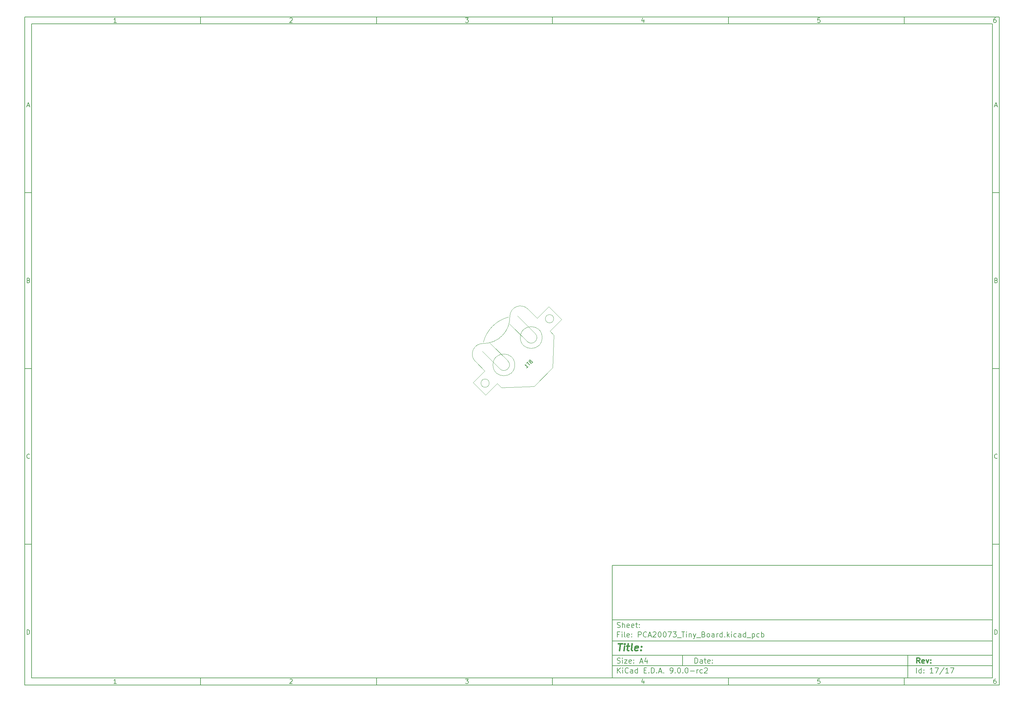
<source format=gbr>
G04 #@! TF.GenerationSoftware,KiCad,Pcbnew,9.0.0-rc2-3baa6cd791~182~ubuntu24.04.1*
G04 #@! TF.CreationDate,2025-02-06T23:09:27-05:00*
G04 #@! TF.ProjectId,PCA20073_Tiny_Board,50434132-3030-4373-935f-54696e795f42,rev?*
G04 #@! TF.SameCoordinates,PX82a22f1PY713a4f2*
G04 #@! TF.FileFunction,AssemblyDrawing,Bot*
%FSLAX46Y46*%
G04 Gerber Fmt 4.6, Leading zero omitted, Abs format (unit mm)*
G04 Created by KiCad (PCBNEW 9.0.0-rc2-3baa6cd791~182~ubuntu24.04.1) date 2025-02-06 23:09:27*
%MOMM*%
%LPD*%
G01*
G04 APERTURE LIST*
%ADD10C,0.100000*%
%ADD11C,0.150000*%
%ADD12C,0.300000*%
%ADD13C,0.400000*%
G04 APERTURE END LIST*
D10*
D11*
X40023015Y-47279278D02*
X148023015Y-47279278D01*
X148023015Y-79279278D01*
X40023015Y-79279278D01*
X40023015Y-47279278D01*
D10*
D11*
X-126979185Y108727922D02*
X150023015Y108727922D01*
X150023015Y-81279278D01*
X-126979185Y-81279278D01*
X-126979185Y108727922D01*
D10*
D11*
X-124979185Y106727922D02*
X148023015Y106727922D01*
X148023015Y-79279278D01*
X-124979185Y-79279278D01*
X-124979185Y106727922D01*
D10*
D11*
X-76979185Y106727922D02*
X-76979185Y108727922D01*
D10*
D11*
X-26979185Y106727922D02*
X-26979185Y108727922D01*
D10*
D11*
X23020815Y106727922D02*
X23020815Y108727922D01*
D10*
D11*
X73020815Y106727922D02*
X73020815Y108727922D01*
D10*
D11*
X123020815Y106727922D02*
X123020815Y108727922D01*
D10*
D11*
X-100890025Y107134318D02*
X-101632882Y107134318D01*
X-101261454Y107134318D02*
X-101261454Y108434318D01*
X-101261454Y108434318D02*
X-101385263Y108248603D01*
X-101385263Y108248603D02*
X-101509073Y108124794D01*
X-101509073Y108124794D02*
X-101632882Y108062889D01*
D10*
D11*
X-51632882Y108310508D02*
X-51570978Y108372413D01*
X-51570978Y108372413D02*
X-51447168Y108434318D01*
X-51447168Y108434318D02*
X-51137644Y108434318D01*
X-51137644Y108434318D02*
X-51013835Y108372413D01*
X-51013835Y108372413D02*
X-50951930Y108310508D01*
X-50951930Y108310508D02*
X-50890025Y108186699D01*
X-50890025Y108186699D02*
X-50890025Y108062889D01*
X-50890025Y108062889D02*
X-50951930Y107877175D01*
X-50951930Y107877175D02*
X-51694787Y107134318D01*
X-51694787Y107134318D02*
X-50890025Y107134318D01*
D10*
D11*
X-1694787Y108434318D02*
X-890025Y108434318D01*
X-890025Y108434318D02*
X-1323359Y107939080D01*
X-1323359Y107939080D02*
X-1137644Y107939080D01*
X-1137644Y107939080D02*
X-1013835Y107877175D01*
X-1013835Y107877175D02*
X-951930Y107815270D01*
X-951930Y107815270D02*
X-890025Y107691461D01*
X-890025Y107691461D02*
X-890025Y107381937D01*
X-890025Y107381937D02*
X-951930Y107258127D01*
X-951930Y107258127D02*
X-1013835Y107196222D01*
X-1013835Y107196222D02*
X-1137644Y107134318D01*
X-1137644Y107134318D02*
X-1509073Y107134318D01*
X-1509073Y107134318D02*
X-1632882Y107196222D01*
X-1632882Y107196222D02*
X-1694787Y107258127D01*
D10*
D11*
X48986165Y108000984D02*
X48986165Y107134318D01*
X48676641Y108496222D02*
X48367118Y107567651D01*
X48367118Y107567651D02*
X49171879Y107567651D01*
D10*
D11*
X99048070Y108434318D02*
X98429022Y108434318D01*
X98429022Y108434318D02*
X98367118Y107815270D01*
X98367118Y107815270D02*
X98429022Y107877175D01*
X98429022Y107877175D02*
X98552832Y107939080D01*
X98552832Y107939080D02*
X98862356Y107939080D01*
X98862356Y107939080D02*
X98986165Y107877175D01*
X98986165Y107877175D02*
X99048070Y107815270D01*
X99048070Y107815270D02*
X99109975Y107691461D01*
X99109975Y107691461D02*
X99109975Y107381937D01*
X99109975Y107381937D02*
X99048070Y107258127D01*
X99048070Y107258127D02*
X98986165Y107196222D01*
X98986165Y107196222D02*
X98862356Y107134318D01*
X98862356Y107134318D02*
X98552832Y107134318D01*
X98552832Y107134318D02*
X98429022Y107196222D01*
X98429022Y107196222D02*
X98367118Y107258127D01*
D10*
D11*
X148986165Y108434318D02*
X148738546Y108434318D01*
X148738546Y108434318D02*
X148614737Y108372413D01*
X148614737Y108372413D02*
X148552832Y108310508D01*
X148552832Y108310508D02*
X148429022Y108124794D01*
X148429022Y108124794D02*
X148367118Y107877175D01*
X148367118Y107877175D02*
X148367118Y107381937D01*
X148367118Y107381937D02*
X148429022Y107258127D01*
X148429022Y107258127D02*
X148490927Y107196222D01*
X148490927Y107196222D02*
X148614737Y107134318D01*
X148614737Y107134318D02*
X148862356Y107134318D01*
X148862356Y107134318D02*
X148986165Y107196222D01*
X148986165Y107196222D02*
X149048070Y107258127D01*
X149048070Y107258127D02*
X149109975Y107381937D01*
X149109975Y107381937D02*
X149109975Y107691461D01*
X149109975Y107691461D02*
X149048070Y107815270D01*
X149048070Y107815270D02*
X148986165Y107877175D01*
X148986165Y107877175D02*
X148862356Y107939080D01*
X148862356Y107939080D02*
X148614737Y107939080D01*
X148614737Y107939080D02*
X148490927Y107877175D01*
X148490927Y107877175D02*
X148429022Y107815270D01*
X148429022Y107815270D02*
X148367118Y107691461D01*
D10*
D11*
X-76979185Y-79279278D02*
X-76979185Y-81279278D01*
D10*
D11*
X-26979185Y-79279278D02*
X-26979185Y-81279278D01*
D10*
D11*
X23020815Y-79279278D02*
X23020815Y-81279278D01*
D10*
D11*
X73020815Y-79279278D02*
X73020815Y-81279278D01*
D10*
D11*
X123020815Y-79279278D02*
X123020815Y-81279278D01*
D10*
D11*
X-100890025Y-80872882D02*
X-101632882Y-80872882D01*
X-101261454Y-80872882D02*
X-101261454Y-79572882D01*
X-101261454Y-79572882D02*
X-101385263Y-79758597D01*
X-101385263Y-79758597D02*
X-101509073Y-79882406D01*
X-101509073Y-79882406D02*
X-101632882Y-79944311D01*
D10*
D11*
X-51632882Y-79696692D02*
X-51570978Y-79634787D01*
X-51570978Y-79634787D02*
X-51447168Y-79572882D01*
X-51447168Y-79572882D02*
X-51137644Y-79572882D01*
X-51137644Y-79572882D02*
X-51013835Y-79634787D01*
X-51013835Y-79634787D02*
X-50951930Y-79696692D01*
X-50951930Y-79696692D02*
X-50890025Y-79820501D01*
X-50890025Y-79820501D02*
X-50890025Y-79944311D01*
X-50890025Y-79944311D02*
X-50951930Y-80130025D01*
X-50951930Y-80130025D02*
X-51694787Y-80872882D01*
X-51694787Y-80872882D02*
X-50890025Y-80872882D01*
D10*
D11*
X-1694787Y-79572882D02*
X-890025Y-79572882D01*
X-890025Y-79572882D02*
X-1323359Y-80068120D01*
X-1323359Y-80068120D02*
X-1137644Y-80068120D01*
X-1137644Y-80068120D02*
X-1013835Y-80130025D01*
X-1013835Y-80130025D02*
X-951930Y-80191930D01*
X-951930Y-80191930D02*
X-890025Y-80315739D01*
X-890025Y-80315739D02*
X-890025Y-80625263D01*
X-890025Y-80625263D02*
X-951930Y-80749073D01*
X-951930Y-80749073D02*
X-1013835Y-80810978D01*
X-1013835Y-80810978D02*
X-1137644Y-80872882D01*
X-1137644Y-80872882D02*
X-1509073Y-80872882D01*
X-1509073Y-80872882D02*
X-1632882Y-80810978D01*
X-1632882Y-80810978D02*
X-1694787Y-80749073D01*
D10*
D11*
X48986165Y-80006216D02*
X48986165Y-80872882D01*
X48676641Y-79510978D02*
X48367118Y-80439549D01*
X48367118Y-80439549D02*
X49171879Y-80439549D01*
D10*
D11*
X99048070Y-79572882D02*
X98429022Y-79572882D01*
X98429022Y-79572882D02*
X98367118Y-80191930D01*
X98367118Y-80191930D02*
X98429022Y-80130025D01*
X98429022Y-80130025D02*
X98552832Y-80068120D01*
X98552832Y-80068120D02*
X98862356Y-80068120D01*
X98862356Y-80068120D02*
X98986165Y-80130025D01*
X98986165Y-80130025D02*
X99048070Y-80191930D01*
X99048070Y-80191930D02*
X99109975Y-80315739D01*
X99109975Y-80315739D02*
X99109975Y-80625263D01*
X99109975Y-80625263D02*
X99048070Y-80749073D01*
X99048070Y-80749073D02*
X98986165Y-80810978D01*
X98986165Y-80810978D02*
X98862356Y-80872882D01*
X98862356Y-80872882D02*
X98552832Y-80872882D01*
X98552832Y-80872882D02*
X98429022Y-80810978D01*
X98429022Y-80810978D02*
X98367118Y-80749073D01*
D10*
D11*
X148986165Y-79572882D02*
X148738546Y-79572882D01*
X148738546Y-79572882D02*
X148614737Y-79634787D01*
X148614737Y-79634787D02*
X148552832Y-79696692D01*
X148552832Y-79696692D02*
X148429022Y-79882406D01*
X148429022Y-79882406D02*
X148367118Y-80130025D01*
X148367118Y-80130025D02*
X148367118Y-80625263D01*
X148367118Y-80625263D02*
X148429022Y-80749073D01*
X148429022Y-80749073D02*
X148490927Y-80810978D01*
X148490927Y-80810978D02*
X148614737Y-80872882D01*
X148614737Y-80872882D02*
X148862356Y-80872882D01*
X148862356Y-80872882D02*
X148986165Y-80810978D01*
X148986165Y-80810978D02*
X149048070Y-80749073D01*
X149048070Y-80749073D02*
X149109975Y-80625263D01*
X149109975Y-80625263D02*
X149109975Y-80315739D01*
X149109975Y-80315739D02*
X149048070Y-80191930D01*
X149048070Y-80191930D02*
X148986165Y-80130025D01*
X148986165Y-80130025D02*
X148862356Y-80068120D01*
X148862356Y-80068120D02*
X148614737Y-80068120D01*
X148614737Y-80068120D02*
X148490927Y-80130025D01*
X148490927Y-80130025D02*
X148429022Y-80191930D01*
X148429022Y-80191930D02*
X148367118Y-80315739D01*
D10*
D11*
X-126979185Y58727922D02*
X-124979185Y58727922D01*
D10*
D11*
X-126979185Y8727922D02*
X-124979185Y8727922D01*
D10*
D11*
X-126979185Y-41272078D02*
X-124979185Y-41272078D01*
D10*
D11*
X-126288709Y83505746D02*
X-125669662Y83505746D01*
X-126412519Y83134318D02*
X-125979186Y84434318D01*
X-125979186Y84434318D02*
X-125545852Y83134318D01*
D10*
D11*
X-125886328Y33815270D02*
X-125700614Y33753365D01*
X-125700614Y33753365D02*
X-125638709Y33691461D01*
X-125638709Y33691461D02*
X-125576805Y33567651D01*
X-125576805Y33567651D02*
X-125576805Y33381937D01*
X-125576805Y33381937D02*
X-125638709Y33258127D01*
X-125638709Y33258127D02*
X-125700614Y33196222D01*
X-125700614Y33196222D02*
X-125824424Y33134318D01*
X-125824424Y33134318D02*
X-126319662Y33134318D01*
X-126319662Y33134318D02*
X-126319662Y34434318D01*
X-126319662Y34434318D02*
X-125886328Y34434318D01*
X-125886328Y34434318D02*
X-125762519Y34372413D01*
X-125762519Y34372413D02*
X-125700614Y34310508D01*
X-125700614Y34310508D02*
X-125638709Y34186699D01*
X-125638709Y34186699D02*
X-125638709Y34062889D01*
X-125638709Y34062889D02*
X-125700614Y33939080D01*
X-125700614Y33939080D02*
X-125762519Y33877175D01*
X-125762519Y33877175D02*
X-125886328Y33815270D01*
X-125886328Y33815270D02*
X-126319662Y33815270D01*
D10*
D11*
X-125576805Y-16741873D02*
X-125638709Y-16803778D01*
X-125638709Y-16803778D02*
X-125824424Y-16865682D01*
X-125824424Y-16865682D02*
X-125948233Y-16865682D01*
X-125948233Y-16865682D02*
X-126133947Y-16803778D01*
X-126133947Y-16803778D02*
X-126257757Y-16679968D01*
X-126257757Y-16679968D02*
X-126319662Y-16556158D01*
X-126319662Y-16556158D02*
X-126381566Y-16308539D01*
X-126381566Y-16308539D02*
X-126381566Y-16122825D01*
X-126381566Y-16122825D02*
X-126319662Y-15875206D01*
X-126319662Y-15875206D02*
X-126257757Y-15751397D01*
X-126257757Y-15751397D02*
X-126133947Y-15627587D01*
X-126133947Y-15627587D02*
X-125948233Y-15565682D01*
X-125948233Y-15565682D02*
X-125824424Y-15565682D01*
X-125824424Y-15565682D02*
X-125638709Y-15627587D01*
X-125638709Y-15627587D02*
X-125576805Y-15689492D01*
D10*
D11*
X-126319662Y-66865682D02*
X-126319662Y-65565682D01*
X-126319662Y-65565682D02*
X-126010138Y-65565682D01*
X-126010138Y-65565682D02*
X-125824424Y-65627587D01*
X-125824424Y-65627587D02*
X-125700614Y-65751397D01*
X-125700614Y-65751397D02*
X-125638709Y-65875206D01*
X-125638709Y-65875206D02*
X-125576805Y-66122825D01*
X-125576805Y-66122825D02*
X-125576805Y-66308539D01*
X-125576805Y-66308539D02*
X-125638709Y-66556158D01*
X-125638709Y-66556158D02*
X-125700614Y-66679968D01*
X-125700614Y-66679968D02*
X-125824424Y-66803778D01*
X-125824424Y-66803778D02*
X-126010138Y-66865682D01*
X-126010138Y-66865682D02*
X-126319662Y-66865682D01*
D10*
D11*
X150023015Y58727922D02*
X148023015Y58727922D01*
D10*
D11*
X150023015Y8727922D02*
X148023015Y8727922D01*
D10*
D11*
X150023015Y-41272078D02*
X148023015Y-41272078D01*
D10*
D11*
X148713491Y83505746D02*
X149332538Y83505746D01*
X148589681Y83134318D02*
X149023014Y84434318D01*
X149023014Y84434318D02*
X149456348Y83134318D01*
D10*
D11*
X149115872Y33815270D02*
X149301586Y33753365D01*
X149301586Y33753365D02*
X149363491Y33691461D01*
X149363491Y33691461D02*
X149425395Y33567651D01*
X149425395Y33567651D02*
X149425395Y33381937D01*
X149425395Y33381937D02*
X149363491Y33258127D01*
X149363491Y33258127D02*
X149301586Y33196222D01*
X149301586Y33196222D02*
X149177776Y33134318D01*
X149177776Y33134318D02*
X148682538Y33134318D01*
X148682538Y33134318D02*
X148682538Y34434318D01*
X148682538Y34434318D02*
X149115872Y34434318D01*
X149115872Y34434318D02*
X149239681Y34372413D01*
X149239681Y34372413D02*
X149301586Y34310508D01*
X149301586Y34310508D02*
X149363491Y34186699D01*
X149363491Y34186699D02*
X149363491Y34062889D01*
X149363491Y34062889D02*
X149301586Y33939080D01*
X149301586Y33939080D02*
X149239681Y33877175D01*
X149239681Y33877175D02*
X149115872Y33815270D01*
X149115872Y33815270D02*
X148682538Y33815270D01*
D10*
D11*
X149425395Y-16741873D02*
X149363491Y-16803778D01*
X149363491Y-16803778D02*
X149177776Y-16865682D01*
X149177776Y-16865682D02*
X149053967Y-16865682D01*
X149053967Y-16865682D02*
X148868253Y-16803778D01*
X148868253Y-16803778D02*
X148744443Y-16679968D01*
X148744443Y-16679968D02*
X148682538Y-16556158D01*
X148682538Y-16556158D02*
X148620634Y-16308539D01*
X148620634Y-16308539D02*
X148620634Y-16122825D01*
X148620634Y-16122825D02*
X148682538Y-15875206D01*
X148682538Y-15875206D02*
X148744443Y-15751397D01*
X148744443Y-15751397D02*
X148868253Y-15627587D01*
X148868253Y-15627587D02*
X149053967Y-15565682D01*
X149053967Y-15565682D02*
X149177776Y-15565682D01*
X149177776Y-15565682D02*
X149363491Y-15627587D01*
X149363491Y-15627587D02*
X149425395Y-15689492D01*
D10*
D11*
X148682538Y-66865682D02*
X148682538Y-65565682D01*
X148682538Y-65565682D02*
X148992062Y-65565682D01*
X148992062Y-65565682D02*
X149177776Y-65627587D01*
X149177776Y-65627587D02*
X149301586Y-65751397D01*
X149301586Y-65751397D02*
X149363491Y-65875206D01*
X149363491Y-65875206D02*
X149425395Y-66122825D01*
X149425395Y-66122825D02*
X149425395Y-66308539D01*
X149425395Y-66308539D02*
X149363491Y-66556158D01*
X149363491Y-66556158D02*
X149301586Y-66679968D01*
X149301586Y-66679968D02*
X149177776Y-66803778D01*
X149177776Y-66803778D02*
X148992062Y-66865682D01*
X148992062Y-66865682D02*
X148682538Y-66865682D01*
D10*
D11*
X63478841Y-75065406D02*
X63478841Y-73565406D01*
X63478841Y-73565406D02*
X63835984Y-73565406D01*
X63835984Y-73565406D02*
X64050270Y-73636835D01*
X64050270Y-73636835D02*
X64193127Y-73779692D01*
X64193127Y-73779692D02*
X64264556Y-73922549D01*
X64264556Y-73922549D02*
X64335984Y-74208263D01*
X64335984Y-74208263D02*
X64335984Y-74422549D01*
X64335984Y-74422549D02*
X64264556Y-74708263D01*
X64264556Y-74708263D02*
X64193127Y-74851120D01*
X64193127Y-74851120D02*
X64050270Y-74993978D01*
X64050270Y-74993978D02*
X63835984Y-75065406D01*
X63835984Y-75065406D02*
X63478841Y-75065406D01*
X65621699Y-75065406D02*
X65621699Y-74279692D01*
X65621699Y-74279692D02*
X65550270Y-74136835D01*
X65550270Y-74136835D02*
X65407413Y-74065406D01*
X65407413Y-74065406D02*
X65121699Y-74065406D01*
X65121699Y-74065406D02*
X64978841Y-74136835D01*
X65621699Y-74993978D02*
X65478841Y-75065406D01*
X65478841Y-75065406D02*
X65121699Y-75065406D01*
X65121699Y-75065406D02*
X64978841Y-74993978D01*
X64978841Y-74993978D02*
X64907413Y-74851120D01*
X64907413Y-74851120D02*
X64907413Y-74708263D01*
X64907413Y-74708263D02*
X64978841Y-74565406D01*
X64978841Y-74565406D02*
X65121699Y-74493978D01*
X65121699Y-74493978D02*
X65478841Y-74493978D01*
X65478841Y-74493978D02*
X65621699Y-74422549D01*
X66121699Y-74065406D02*
X66693127Y-74065406D01*
X66335984Y-73565406D02*
X66335984Y-74851120D01*
X66335984Y-74851120D02*
X66407413Y-74993978D01*
X66407413Y-74993978D02*
X66550270Y-75065406D01*
X66550270Y-75065406D02*
X66693127Y-75065406D01*
X67764556Y-74993978D02*
X67621699Y-75065406D01*
X67621699Y-75065406D02*
X67335985Y-75065406D01*
X67335985Y-75065406D02*
X67193127Y-74993978D01*
X67193127Y-74993978D02*
X67121699Y-74851120D01*
X67121699Y-74851120D02*
X67121699Y-74279692D01*
X67121699Y-74279692D02*
X67193127Y-74136835D01*
X67193127Y-74136835D02*
X67335985Y-74065406D01*
X67335985Y-74065406D02*
X67621699Y-74065406D01*
X67621699Y-74065406D02*
X67764556Y-74136835D01*
X67764556Y-74136835D02*
X67835985Y-74279692D01*
X67835985Y-74279692D02*
X67835985Y-74422549D01*
X67835985Y-74422549D02*
X67121699Y-74565406D01*
X68478841Y-74922549D02*
X68550270Y-74993978D01*
X68550270Y-74993978D02*
X68478841Y-75065406D01*
X68478841Y-75065406D02*
X68407413Y-74993978D01*
X68407413Y-74993978D02*
X68478841Y-74922549D01*
X68478841Y-74922549D02*
X68478841Y-75065406D01*
X68478841Y-74136835D02*
X68550270Y-74208263D01*
X68550270Y-74208263D02*
X68478841Y-74279692D01*
X68478841Y-74279692D02*
X68407413Y-74208263D01*
X68407413Y-74208263D02*
X68478841Y-74136835D01*
X68478841Y-74136835D02*
X68478841Y-74279692D01*
D10*
D11*
X40023015Y-75779278D02*
X148023015Y-75779278D01*
D10*
D11*
X41478841Y-77865406D02*
X41478841Y-76365406D01*
X42335984Y-77865406D02*
X41693127Y-77008263D01*
X42335984Y-76365406D02*
X41478841Y-77222549D01*
X42978841Y-77865406D02*
X42978841Y-76865406D01*
X42978841Y-76365406D02*
X42907413Y-76436835D01*
X42907413Y-76436835D02*
X42978841Y-76508263D01*
X42978841Y-76508263D02*
X43050270Y-76436835D01*
X43050270Y-76436835D02*
X42978841Y-76365406D01*
X42978841Y-76365406D02*
X42978841Y-76508263D01*
X44550270Y-77722549D02*
X44478842Y-77793978D01*
X44478842Y-77793978D02*
X44264556Y-77865406D01*
X44264556Y-77865406D02*
X44121699Y-77865406D01*
X44121699Y-77865406D02*
X43907413Y-77793978D01*
X43907413Y-77793978D02*
X43764556Y-77651120D01*
X43764556Y-77651120D02*
X43693127Y-77508263D01*
X43693127Y-77508263D02*
X43621699Y-77222549D01*
X43621699Y-77222549D02*
X43621699Y-77008263D01*
X43621699Y-77008263D02*
X43693127Y-76722549D01*
X43693127Y-76722549D02*
X43764556Y-76579692D01*
X43764556Y-76579692D02*
X43907413Y-76436835D01*
X43907413Y-76436835D02*
X44121699Y-76365406D01*
X44121699Y-76365406D02*
X44264556Y-76365406D01*
X44264556Y-76365406D02*
X44478842Y-76436835D01*
X44478842Y-76436835D02*
X44550270Y-76508263D01*
X45835985Y-77865406D02*
X45835985Y-77079692D01*
X45835985Y-77079692D02*
X45764556Y-76936835D01*
X45764556Y-76936835D02*
X45621699Y-76865406D01*
X45621699Y-76865406D02*
X45335985Y-76865406D01*
X45335985Y-76865406D02*
X45193127Y-76936835D01*
X45835985Y-77793978D02*
X45693127Y-77865406D01*
X45693127Y-77865406D02*
X45335985Y-77865406D01*
X45335985Y-77865406D02*
X45193127Y-77793978D01*
X45193127Y-77793978D02*
X45121699Y-77651120D01*
X45121699Y-77651120D02*
X45121699Y-77508263D01*
X45121699Y-77508263D02*
X45193127Y-77365406D01*
X45193127Y-77365406D02*
X45335985Y-77293978D01*
X45335985Y-77293978D02*
X45693127Y-77293978D01*
X45693127Y-77293978D02*
X45835985Y-77222549D01*
X47193128Y-77865406D02*
X47193128Y-76365406D01*
X47193128Y-77793978D02*
X47050270Y-77865406D01*
X47050270Y-77865406D02*
X46764556Y-77865406D01*
X46764556Y-77865406D02*
X46621699Y-77793978D01*
X46621699Y-77793978D02*
X46550270Y-77722549D01*
X46550270Y-77722549D02*
X46478842Y-77579692D01*
X46478842Y-77579692D02*
X46478842Y-77151120D01*
X46478842Y-77151120D02*
X46550270Y-77008263D01*
X46550270Y-77008263D02*
X46621699Y-76936835D01*
X46621699Y-76936835D02*
X46764556Y-76865406D01*
X46764556Y-76865406D02*
X47050270Y-76865406D01*
X47050270Y-76865406D02*
X47193128Y-76936835D01*
X49050270Y-77079692D02*
X49550270Y-77079692D01*
X49764556Y-77865406D02*
X49050270Y-77865406D01*
X49050270Y-77865406D02*
X49050270Y-76365406D01*
X49050270Y-76365406D02*
X49764556Y-76365406D01*
X50407413Y-77722549D02*
X50478842Y-77793978D01*
X50478842Y-77793978D02*
X50407413Y-77865406D01*
X50407413Y-77865406D02*
X50335985Y-77793978D01*
X50335985Y-77793978D02*
X50407413Y-77722549D01*
X50407413Y-77722549D02*
X50407413Y-77865406D01*
X51121699Y-77865406D02*
X51121699Y-76365406D01*
X51121699Y-76365406D02*
X51478842Y-76365406D01*
X51478842Y-76365406D02*
X51693128Y-76436835D01*
X51693128Y-76436835D02*
X51835985Y-76579692D01*
X51835985Y-76579692D02*
X51907414Y-76722549D01*
X51907414Y-76722549D02*
X51978842Y-77008263D01*
X51978842Y-77008263D02*
X51978842Y-77222549D01*
X51978842Y-77222549D02*
X51907414Y-77508263D01*
X51907414Y-77508263D02*
X51835985Y-77651120D01*
X51835985Y-77651120D02*
X51693128Y-77793978D01*
X51693128Y-77793978D02*
X51478842Y-77865406D01*
X51478842Y-77865406D02*
X51121699Y-77865406D01*
X52621699Y-77722549D02*
X52693128Y-77793978D01*
X52693128Y-77793978D02*
X52621699Y-77865406D01*
X52621699Y-77865406D02*
X52550271Y-77793978D01*
X52550271Y-77793978D02*
X52621699Y-77722549D01*
X52621699Y-77722549D02*
X52621699Y-77865406D01*
X53264557Y-77436835D02*
X53978843Y-77436835D01*
X53121700Y-77865406D02*
X53621700Y-76365406D01*
X53621700Y-76365406D02*
X54121700Y-77865406D01*
X54621699Y-77722549D02*
X54693128Y-77793978D01*
X54693128Y-77793978D02*
X54621699Y-77865406D01*
X54621699Y-77865406D02*
X54550271Y-77793978D01*
X54550271Y-77793978D02*
X54621699Y-77722549D01*
X54621699Y-77722549D02*
X54621699Y-77865406D01*
X56550271Y-77865406D02*
X56835985Y-77865406D01*
X56835985Y-77865406D02*
X56978842Y-77793978D01*
X56978842Y-77793978D02*
X57050271Y-77722549D01*
X57050271Y-77722549D02*
X57193128Y-77508263D01*
X57193128Y-77508263D02*
X57264557Y-77222549D01*
X57264557Y-77222549D02*
X57264557Y-76651120D01*
X57264557Y-76651120D02*
X57193128Y-76508263D01*
X57193128Y-76508263D02*
X57121700Y-76436835D01*
X57121700Y-76436835D02*
X56978842Y-76365406D01*
X56978842Y-76365406D02*
X56693128Y-76365406D01*
X56693128Y-76365406D02*
X56550271Y-76436835D01*
X56550271Y-76436835D02*
X56478842Y-76508263D01*
X56478842Y-76508263D02*
X56407414Y-76651120D01*
X56407414Y-76651120D02*
X56407414Y-77008263D01*
X56407414Y-77008263D02*
X56478842Y-77151120D01*
X56478842Y-77151120D02*
X56550271Y-77222549D01*
X56550271Y-77222549D02*
X56693128Y-77293978D01*
X56693128Y-77293978D02*
X56978842Y-77293978D01*
X56978842Y-77293978D02*
X57121700Y-77222549D01*
X57121700Y-77222549D02*
X57193128Y-77151120D01*
X57193128Y-77151120D02*
X57264557Y-77008263D01*
X57907413Y-77722549D02*
X57978842Y-77793978D01*
X57978842Y-77793978D02*
X57907413Y-77865406D01*
X57907413Y-77865406D02*
X57835985Y-77793978D01*
X57835985Y-77793978D02*
X57907413Y-77722549D01*
X57907413Y-77722549D02*
X57907413Y-77865406D01*
X58907414Y-76365406D02*
X59050271Y-76365406D01*
X59050271Y-76365406D02*
X59193128Y-76436835D01*
X59193128Y-76436835D02*
X59264557Y-76508263D01*
X59264557Y-76508263D02*
X59335985Y-76651120D01*
X59335985Y-76651120D02*
X59407414Y-76936835D01*
X59407414Y-76936835D02*
X59407414Y-77293978D01*
X59407414Y-77293978D02*
X59335985Y-77579692D01*
X59335985Y-77579692D02*
X59264557Y-77722549D01*
X59264557Y-77722549D02*
X59193128Y-77793978D01*
X59193128Y-77793978D02*
X59050271Y-77865406D01*
X59050271Y-77865406D02*
X58907414Y-77865406D01*
X58907414Y-77865406D02*
X58764557Y-77793978D01*
X58764557Y-77793978D02*
X58693128Y-77722549D01*
X58693128Y-77722549D02*
X58621699Y-77579692D01*
X58621699Y-77579692D02*
X58550271Y-77293978D01*
X58550271Y-77293978D02*
X58550271Y-76936835D01*
X58550271Y-76936835D02*
X58621699Y-76651120D01*
X58621699Y-76651120D02*
X58693128Y-76508263D01*
X58693128Y-76508263D02*
X58764557Y-76436835D01*
X58764557Y-76436835D02*
X58907414Y-76365406D01*
X60050270Y-77722549D02*
X60121699Y-77793978D01*
X60121699Y-77793978D02*
X60050270Y-77865406D01*
X60050270Y-77865406D02*
X59978842Y-77793978D01*
X59978842Y-77793978D02*
X60050270Y-77722549D01*
X60050270Y-77722549D02*
X60050270Y-77865406D01*
X61050271Y-76365406D02*
X61193128Y-76365406D01*
X61193128Y-76365406D02*
X61335985Y-76436835D01*
X61335985Y-76436835D02*
X61407414Y-76508263D01*
X61407414Y-76508263D02*
X61478842Y-76651120D01*
X61478842Y-76651120D02*
X61550271Y-76936835D01*
X61550271Y-76936835D02*
X61550271Y-77293978D01*
X61550271Y-77293978D02*
X61478842Y-77579692D01*
X61478842Y-77579692D02*
X61407414Y-77722549D01*
X61407414Y-77722549D02*
X61335985Y-77793978D01*
X61335985Y-77793978D02*
X61193128Y-77865406D01*
X61193128Y-77865406D02*
X61050271Y-77865406D01*
X61050271Y-77865406D02*
X60907414Y-77793978D01*
X60907414Y-77793978D02*
X60835985Y-77722549D01*
X60835985Y-77722549D02*
X60764556Y-77579692D01*
X60764556Y-77579692D02*
X60693128Y-77293978D01*
X60693128Y-77293978D02*
X60693128Y-76936835D01*
X60693128Y-76936835D02*
X60764556Y-76651120D01*
X60764556Y-76651120D02*
X60835985Y-76508263D01*
X60835985Y-76508263D02*
X60907414Y-76436835D01*
X60907414Y-76436835D02*
X61050271Y-76365406D01*
X62193127Y-77293978D02*
X63335985Y-77293978D01*
X64050270Y-77865406D02*
X64050270Y-76865406D01*
X64050270Y-77151120D02*
X64121699Y-77008263D01*
X64121699Y-77008263D02*
X64193128Y-76936835D01*
X64193128Y-76936835D02*
X64335985Y-76865406D01*
X64335985Y-76865406D02*
X64478842Y-76865406D01*
X65621699Y-77793978D02*
X65478841Y-77865406D01*
X65478841Y-77865406D02*
X65193127Y-77865406D01*
X65193127Y-77865406D02*
X65050270Y-77793978D01*
X65050270Y-77793978D02*
X64978841Y-77722549D01*
X64978841Y-77722549D02*
X64907413Y-77579692D01*
X64907413Y-77579692D02*
X64907413Y-77151120D01*
X64907413Y-77151120D02*
X64978841Y-77008263D01*
X64978841Y-77008263D02*
X65050270Y-76936835D01*
X65050270Y-76936835D02*
X65193127Y-76865406D01*
X65193127Y-76865406D02*
X65478841Y-76865406D01*
X65478841Y-76865406D02*
X65621699Y-76936835D01*
X66193127Y-76508263D02*
X66264555Y-76436835D01*
X66264555Y-76436835D02*
X66407413Y-76365406D01*
X66407413Y-76365406D02*
X66764555Y-76365406D01*
X66764555Y-76365406D02*
X66907413Y-76436835D01*
X66907413Y-76436835D02*
X66978841Y-76508263D01*
X66978841Y-76508263D02*
X67050270Y-76651120D01*
X67050270Y-76651120D02*
X67050270Y-76793978D01*
X67050270Y-76793978D02*
X66978841Y-77008263D01*
X66978841Y-77008263D02*
X66121698Y-77865406D01*
X66121698Y-77865406D02*
X67050270Y-77865406D01*
D10*
D11*
X40023015Y-72779278D02*
X148023015Y-72779278D01*
D10*
D12*
X127434668Y-75057606D02*
X126934668Y-74343320D01*
X126577525Y-75057606D02*
X126577525Y-73557606D01*
X126577525Y-73557606D02*
X127148954Y-73557606D01*
X127148954Y-73557606D02*
X127291811Y-73629035D01*
X127291811Y-73629035D02*
X127363240Y-73700463D01*
X127363240Y-73700463D02*
X127434668Y-73843320D01*
X127434668Y-73843320D02*
X127434668Y-74057606D01*
X127434668Y-74057606D02*
X127363240Y-74200463D01*
X127363240Y-74200463D02*
X127291811Y-74271892D01*
X127291811Y-74271892D02*
X127148954Y-74343320D01*
X127148954Y-74343320D02*
X126577525Y-74343320D01*
X128648954Y-74986178D02*
X128506097Y-75057606D01*
X128506097Y-75057606D02*
X128220383Y-75057606D01*
X128220383Y-75057606D02*
X128077525Y-74986178D01*
X128077525Y-74986178D02*
X128006097Y-74843320D01*
X128006097Y-74843320D02*
X128006097Y-74271892D01*
X128006097Y-74271892D02*
X128077525Y-74129035D01*
X128077525Y-74129035D02*
X128220383Y-74057606D01*
X128220383Y-74057606D02*
X128506097Y-74057606D01*
X128506097Y-74057606D02*
X128648954Y-74129035D01*
X128648954Y-74129035D02*
X128720383Y-74271892D01*
X128720383Y-74271892D02*
X128720383Y-74414749D01*
X128720383Y-74414749D02*
X128006097Y-74557606D01*
X129220382Y-74057606D02*
X129577525Y-75057606D01*
X129577525Y-75057606D02*
X129934668Y-74057606D01*
X130506096Y-74914749D02*
X130577525Y-74986178D01*
X130577525Y-74986178D02*
X130506096Y-75057606D01*
X130506096Y-75057606D02*
X130434668Y-74986178D01*
X130434668Y-74986178D02*
X130506096Y-74914749D01*
X130506096Y-74914749D02*
X130506096Y-75057606D01*
X130506096Y-74129035D02*
X130577525Y-74200463D01*
X130577525Y-74200463D02*
X130506096Y-74271892D01*
X130506096Y-74271892D02*
X130434668Y-74200463D01*
X130434668Y-74200463D02*
X130506096Y-74129035D01*
X130506096Y-74129035D02*
X130506096Y-74271892D01*
D10*
D11*
X41407413Y-74993978D02*
X41621699Y-75065406D01*
X41621699Y-75065406D02*
X41978841Y-75065406D01*
X41978841Y-75065406D02*
X42121699Y-74993978D01*
X42121699Y-74993978D02*
X42193127Y-74922549D01*
X42193127Y-74922549D02*
X42264556Y-74779692D01*
X42264556Y-74779692D02*
X42264556Y-74636835D01*
X42264556Y-74636835D02*
X42193127Y-74493978D01*
X42193127Y-74493978D02*
X42121699Y-74422549D01*
X42121699Y-74422549D02*
X41978841Y-74351120D01*
X41978841Y-74351120D02*
X41693127Y-74279692D01*
X41693127Y-74279692D02*
X41550270Y-74208263D01*
X41550270Y-74208263D02*
X41478841Y-74136835D01*
X41478841Y-74136835D02*
X41407413Y-73993978D01*
X41407413Y-73993978D02*
X41407413Y-73851120D01*
X41407413Y-73851120D02*
X41478841Y-73708263D01*
X41478841Y-73708263D02*
X41550270Y-73636835D01*
X41550270Y-73636835D02*
X41693127Y-73565406D01*
X41693127Y-73565406D02*
X42050270Y-73565406D01*
X42050270Y-73565406D02*
X42264556Y-73636835D01*
X42907412Y-75065406D02*
X42907412Y-74065406D01*
X42907412Y-73565406D02*
X42835984Y-73636835D01*
X42835984Y-73636835D02*
X42907412Y-73708263D01*
X42907412Y-73708263D02*
X42978841Y-73636835D01*
X42978841Y-73636835D02*
X42907412Y-73565406D01*
X42907412Y-73565406D02*
X42907412Y-73708263D01*
X43478841Y-74065406D02*
X44264556Y-74065406D01*
X44264556Y-74065406D02*
X43478841Y-75065406D01*
X43478841Y-75065406D02*
X44264556Y-75065406D01*
X45407413Y-74993978D02*
X45264556Y-75065406D01*
X45264556Y-75065406D02*
X44978842Y-75065406D01*
X44978842Y-75065406D02*
X44835984Y-74993978D01*
X44835984Y-74993978D02*
X44764556Y-74851120D01*
X44764556Y-74851120D02*
X44764556Y-74279692D01*
X44764556Y-74279692D02*
X44835984Y-74136835D01*
X44835984Y-74136835D02*
X44978842Y-74065406D01*
X44978842Y-74065406D02*
X45264556Y-74065406D01*
X45264556Y-74065406D02*
X45407413Y-74136835D01*
X45407413Y-74136835D02*
X45478842Y-74279692D01*
X45478842Y-74279692D02*
X45478842Y-74422549D01*
X45478842Y-74422549D02*
X44764556Y-74565406D01*
X46121698Y-74922549D02*
X46193127Y-74993978D01*
X46193127Y-74993978D02*
X46121698Y-75065406D01*
X46121698Y-75065406D02*
X46050270Y-74993978D01*
X46050270Y-74993978D02*
X46121698Y-74922549D01*
X46121698Y-74922549D02*
X46121698Y-75065406D01*
X46121698Y-74136835D02*
X46193127Y-74208263D01*
X46193127Y-74208263D02*
X46121698Y-74279692D01*
X46121698Y-74279692D02*
X46050270Y-74208263D01*
X46050270Y-74208263D02*
X46121698Y-74136835D01*
X46121698Y-74136835D02*
X46121698Y-74279692D01*
X47907413Y-74636835D02*
X48621699Y-74636835D01*
X47764556Y-75065406D02*
X48264556Y-73565406D01*
X48264556Y-73565406D02*
X48764556Y-75065406D01*
X49907413Y-74065406D02*
X49907413Y-75065406D01*
X49550270Y-73493978D02*
X49193127Y-74565406D01*
X49193127Y-74565406D02*
X50121698Y-74565406D01*
D10*
D11*
X126478841Y-77865406D02*
X126478841Y-76365406D01*
X127835985Y-77865406D02*
X127835985Y-76365406D01*
X127835985Y-77793978D02*
X127693127Y-77865406D01*
X127693127Y-77865406D02*
X127407413Y-77865406D01*
X127407413Y-77865406D02*
X127264556Y-77793978D01*
X127264556Y-77793978D02*
X127193127Y-77722549D01*
X127193127Y-77722549D02*
X127121699Y-77579692D01*
X127121699Y-77579692D02*
X127121699Y-77151120D01*
X127121699Y-77151120D02*
X127193127Y-77008263D01*
X127193127Y-77008263D02*
X127264556Y-76936835D01*
X127264556Y-76936835D02*
X127407413Y-76865406D01*
X127407413Y-76865406D02*
X127693127Y-76865406D01*
X127693127Y-76865406D02*
X127835985Y-76936835D01*
X128550270Y-77722549D02*
X128621699Y-77793978D01*
X128621699Y-77793978D02*
X128550270Y-77865406D01*
X128550270Y-77865406D02*
X128478842Y-77793978D01*
X128478842Y-77793978D02*
X128550270Y-77722549D01*
X128550270Y-77722549D02*
X128550270Y-77865406D01*
X128550270Y-76936835D02*
X128621699Y-77008263D01*
X128621699Y-77008263D02*
X128550270Y-77079692D01*
X128550270Y-77079692D02*
X128478842Y-77008263D01*
X128478842Y-77008263D02*
X128550270Y-76936835D01*
X128550270Y-76936835D02*
X128550270Y-77079692D01*
X131193128Y-77865406D02*
X130335985Y-77865406D01*
X130764556Y-77865406D02*
X130764556Y-76365406D01*
X130764556Y-76365406D02*
X130621699Y-76579692D01*
X130621699Y-76579692D02*
X130478842Y-76722549D01*
X130478842Y-76722549D02*
X130335985Y-76793978D01*
X131693127Y-76365406D02*
X132693127Y-76365406D01*
X132693127Y-76365406D02*
X132050270Y-77865406D01*
X134335984Y-76293978D02*
X133050270Y-78222549D01*
X135621699Y-77865406D02*
X134764556Y-77865406D01*
X135193127Y-77865406D02*
X135193127Y-76365406D01*
X135193127Y-76365406D02*
X135050270Y-76579692D01*
X135050270Y-76579692D02*
X134907413Y-76722549D01*
X134907413Y-76722549D02*
X134764556Y-76793978D01*
X136121698Y-76365406D02*
X137121698Y-76365406D01*
X137121698Y-76365406D02*
X136478841Y-77865406D01*
D10*
D11*
X40023015Y-68779278D02*
X148023015Y-68779278D01*
D10*
D13*
X41714743Y-69483716D02*
X42857600Y-69483716D01*
X42036172Y-71483716D02*
X42286172Y-69483716D01*
X43274267Y-71483716D02*
X43440934Y-70150382D01*
X43524267Y-69483716D02*
X43417124Y-69578954D01*
X43417124Y-69578954D02*
X43500458Y-69674192D01*
X43500458Y-69674192D02*
X43607601Y-69578954D01*
X43607601Y-69578954D02*
X43524267Y-69483716D01*
X43524267Y-69483716D02*
X43500458Y-69674192D01*
X44107601Y-70150382D02*
X44869505Y-70150382D01*
X44476648Y-69483716D02*
X44262363Y-71198001D01*
X44262363Y-71198001D02*
X44333791Y-71388478D01*
X44333791Y-71388478D02*
X44512363Y-71483716D01*
X44512363Y-71483716D02*
X44702839Y-71483716D01*
X45655220Y-71483716D02*
X45476648Y-71388478D01*
X45476648Y-71388478D02*
X45405220Y-71198001D01*
X45405220Y-71198001D02*
X45619505Y-69483716D01*
X47190934Y-71388478D02*
X46988553Y-71483716D01*
X46988553Y-71483716D02*
X46607600Y-71483716D01*
X46607600Y-71483716D02*
X46429029Y-71388478D01*
X46429029Y-71388478D02*
X46357600Y-71198001D01*
X46357600Y-71198001D02*
X46452839Y-70436097D01*
X46452839Y-70436097D02*
X46571886Y-70245620D01*
X46571886Y-70245620D02*
X46774267Y-70150382D01*
X46774267Y-70150382D02*
X47155219Y-70150382D01*
X47155219Y-70150382D02*
X47333791Y-70245620D01*
X47333791Y-70245620D02*
X47405219Y-70436097D01*
X47405219Y-70436097D02*
X47381410Y-70626573D01*
X47381410Y-70626573D02*
X46405219Y-70817049D01*
X48155220Y-71293239D02*
X48238553Y-71388478D01*
X48238553Y-71388478D02*
X48131410Y-71483716D01*
X48131410Y-71483716D02*
X48048077Y-71388478D01*
X48048077Y-71388478D02*
X48155220Y-71293239D01*
X48155220Y-71293239D02*
X48131410Y-71483716D01*
X48286172Y-70245620D02*
X48369505Y-70340858D01*
X48369505Y-70340858D02*
X48262363Y-70436097D01*
X48262363Y-70436097D02*
X48179029Y-70340858D01*
X48179029Y-70340858D02*
X48286172Y-70245620D01*
X48286172Y-70245620D02*
X48262363Y-70436097D01*
D10*
D11*
X41978841Y-66879692D02*
X41478841Y-66879692D01*
X41478841Y-67665406D02*
X41478841Y-66165406D01*
X41478841Y-66165406D02*
X42193127Y-66165406D01*
X42764555Y-67665406D02*
X42764555Y-66665406D01*
X42764555Y-66165406D02*
X42693127Y-66236835D01*
X42693127Y-66236835D02*
X42764555Y-66308263D01*
X42764555Y-66308263D02*
X42835984Y-66236835D01*
X42835984Y-66236835D02*
X42764555Y-66165406D01*
X42764555Y-66165406D02*
X42764555Y-66308263D01*
X43693127Y-67665406D02*
X43550270Y-67593978D01*
X43550270Y-67593978D02*
X43478841Y-67451120D01*
X43478841Y-67451120D02*
X43478841Y-66165406D01*
X44835984Y-67593978D02*
X44693127Y-67665406D01*
X44693127Y-67665406D02*
X44407413Y-67665406D01*
X44407413Y-67665406D02*
X44264555Y-67593978D01*
X44264555Y-67593978D02*
X44193127Y-67451120D01*
X44193127Y-67451120D02*
X44193127Y-66879692D01*
X44193127Y-66879692D02*
X44264555Y-66736835D01*
X44264555Y-66736835D02*
X44407413Y-66665406D01*
X44407413Y-66665406D02*
X44693127Y-66665406D01*
X44693127Y-66665406D02*
X44835984Y-66736835D01*
X44835984Y-66736835D02*
X44907413Y-66879692D01*
X44907413Y-66879692D02*
X44907413Y-67022549D01*
X44907413Y-67022549D02*
X44193127Y-67165406D01*
X45550269Y-67522549D02*
X45621698Y-67593978D01*
X45621698Y-67593978D02*
X45550269Y-67665406D01*
X45550269Y-67665406D02*
X45478841Y-67593978D01*
X45478841Y-67593978D02*
X45550269Y-67522549D01*
X45550269Y-67522549D02*
X45550269Y-67665406D01*
X45550269Y-66736835D02*
X45621698Y-66808263D01*
X45621698Y-66808263D02*
X45550269Y-66879692D01*
X45550269Y-66879692D02*
X45478841Y-66808263D01*
X45478841Y-66808263D02*
X45550269Y-66736835D01*
X45550269Y-66736835D02*
X45550269Y-66879692D01*
X47407412Y-67665406D02*
X47407412Y-66165406D01*
X47407412Y-66165406D02*
X47978841Y-66165406D01*
X47978841Y-66165406D02*
X48121698Y-66236835D01*
X48121698Y-66236835D02*
X48193127Y-66308263D01*
X48193127Y-66308263D02*
X48264555Y-66451120D01*
X48264555Y-66451120D02*
X48264555Y-66665406D01*
X48264555Y-66665406D02*
X48193127Y-66808263D01*
X48193127Y-66808263D02*
X48121698Y-66879692D01*
X48121698Y-66879692D02*
X47978841Y-66951120D01*
X47978841Y-66951120D02*
X47407412Y-66951120D01*
X49764555Y-67522549D02*
X49693127Y-67593978D01*
X49693127Y-67593978D02*
X49478841Y-67665406D01*
X49478841Y-67665406D02*
X49335984Y-67665406D01*
X49335984Y-67665406D02*
X49121698Y-67593978D01*
X49121698Y-67593978D02*
X48978841Y-67451120D01*
X48978841Y-67451120D02*
X48907412Y-67308263D01*
X48907412Y-67308263D02*
X48835984Y-67022549D01*
X48835984Y-67022549D02*
X48835984Y-66808263D01*
X48835984Y-66808263D02*
X48907412Y-66522549D01*
X48907412Y-66522549D02*
X48978841Y-66379692D01*
X48978841Y-66379692D02*
X49121698Y-66236835D01*
X49121698Y-66236835D02*
X49335984Y-66165406D01*
X49335984Y-66165406D02*
X49478841Y-66165406D01*
X49478841Y-66165406D02*
X49693127Y-66236835D01*
X49693127Y-66236835D02*
X49764555Y-66308263D01*
X50335984Y-67236835D02*
X51050270Y-67236835D01*
X50193127Y-67665406D02*
X50693127Y-66165406D01*
X50693127Y-66165406D02*
X51193127Y-67665406D01*
X51621698Y-66308263D02*
X51693126Y-66236835D01*
X51693126Y-66236835D02*
X51835984Y-66165406D01*
X51835984Y-66165406D02*
X52193126Y-66165406D01*
X52193126Y-66165406D02*
X52335984Y-66236835D01*
X52335984Y-66236835D02*
X52407412Y-66308263D01*
X52407412Y-66308263D02*
X52478841Y-66451120D01*
X52478841Y-66451120D02*
X52478841Y-66593978D01*
X52478841Y-66593978D02*
X52407412Y-66808263D01*
X52407412Y-66808263D02*
X51550269Y-67665406D01*
X51550269Y-67665406D02*
X52478841Y-67665406D01*
X53407412Y-66165406D02*
X53550269Y-66165406D01*
X53550269Y-66165406D02*
X53693126Y-66236835D01*
X53693126Y-66236835D02*
X53764555Y-66308263D01*
X53764555Y-66308263D02*
X53835983Y-66451120D01*
X53835983Y-66451120D02*
X53907412Y-66736835D01*
X53907412Y-66736835D02*
X53907412Y-67093978D01*
X53907412Y-67093978D02*
X53835983Y-67379692D01*
X53835983Y-67379692D02*
X53764555Y-67522549D01*
X53764555Y-67522549D02*
X53693126Y-67593978D01*
X53693126Y-67593978D02*
X53550269Y-67665406D01*
X53550269Y-67665406D02*
X53407412Y-67665406D01*
X53407412Y-67665406D02*
X53264555Y-67593978D01*
X53264555Y-67593978D02*
X53193126Y-67522549D01*
X53193126Y-67522549D02*
X53121697Y-67379692D01*
X53121697Y-67379692D02*
X53050269Y-67093978D01*
X53050269Y-67093978D02*
X53050269Y-66736835D01*
X53050269Y-66736835D02*
X53121697Y-66451120D01*
X53121697Y-66451120D02*
X53193126Y-66308263D01*
X53193126Y-66308263D02*
X53264555Y-66236835D01*
X53264555Y-66236835D02*
X53407412Y-66165406D01*
X54835983Y-66165406D02*
X54978840Y-66165406D01*
X54978840Y-66165406D02*
X55121697Y-66236835D01*
X55121697Y-66236835D02*
X55193126Y-66308263D01*
X55193126Y-66308263D02*
X55264554Y-66451120D01*
X55264554Y-66451120D02*
X55335983Y-66736835D01*
X55335983Y-66736835D02*
X55335983Y-67093978D01*
X55335983Y-67093978D02*
X55264554Y-67379692D01*
X55264554Y-67379692D02*
X55193126Y-67522549D01*
X55193126Y-67522549D02*
X55121697Y-67593978D01*
X55121697Y-67593978D02*
X54978840Y-67665406D01*
X54978840Y-67665406D02*
X54835983Y-67665406D01*
X54835983Y-67665406D02*
X54693126Y-67593978D01*
X54693126Y-67593978D02*
X54621697Y-67522549D01*
X54621697Y-67522549D02*
X54550268Y-67379692D01*
X54550268Y-67379692D02*
X54478840Y-67093978D01*
X54478840Y-67093978D02*
X54478840Y-66736835D01*
X54478840Y-66736835D02*
X54550268Y-66451120D01*
X54550268Y-66451120D02*
X54621697Y-66308263D01*
X54621697Y-66308263D02*
X54693126Y-66236835D01*
X54693126Y-66236835D02*
X54835983Y-66165406D01*
X55835982Y-66165406D02*
X56835982Y-66165406D01*
X56835982Y-66165406D02*
X56193125Y-67665406D01*
X57264553Y-66165406D02*
X58193125Y-66165406D01*
X58193125Y-66165406D02*
X57693125Y-66736835D01*
X57693125Y-66736835D02*
X57907410Y-66736835D01*
X57907410Y-66736835D02*
X58050268Y-66808263D01*
X58050268Y-66808263D02*
X58121696Y-66879692D01*
X58121696Y-66879692D02*
X58193125Y-67022549D01*
X58193125Y-67022549D02*
X58193125Y-67379692D01*
X58193125Y-67379692D02*
X58121696Y-67522549D01*
X58121696Y-67522549D02*
X58050268Y-67593978D01*
X58050268Y-67593978D02*
X57907410Y-67665406D01*
X57907410Y-67665406D02*
X57478839Y-67665406D01*
X57478839Y-67665406D02*
X57335982Y-67593978D01*
X57335982Y-67593978D02*
X57264553Y-67522549D01*
X58478839Y-67808263D02*
X59621696Y-67808263D01*
X59764553Y-66165406D02*
X60621696Y-66165406D01*
X60193124Y-67665406D02*
X60193124Y-66165406D01*
X61121695Y-67665406D02*
X61121695Y-66665406D01*
X61121695Y-66165406D02*
X61050267Y-66236835D01*
X61050267Y-66236835D02*
X61121695Y-66308263D01*
X61121695Y-66308263D02*
X61193124Y-66236835D01*
X61193124Y-66236835D02*
X61121695Y-66165406D01*
X61121695Y-66165406D02*
X61121695Y-66308263D01*
X61835981Y-66665406D02*
X61835981Y-67665406D01*
X61835981Y-66808263D02*
X61907410Y-66736835D01*
X61907410Y-66736835D02*
X62050267Y-66665406D01*
X62050267Y-66665406D02*
X62264553Y-66665406D01*
X62264553Y-66665406D02*
X62407410Y-66736835D01*
X62407410Y-66736835D02*
X62478839Y-66879692D01*
X62478839Y-66879692D02*
X62478839Y-67665406D01*
X63050267Y-66665406D02*
X63407410Y-67665406D01*
X63764553Y-66665406D02*
X63407410Y-67665406D01*
X63407410Y-67665406D02*
X63264553Y-68022549D01*
X63264553Y-68022549D02*
X63193124Y-68093978D01*
X63193124Y-68093978D02*
X63050267Y-68165406D01*
X63978839Y-67808263D02*
X65121696Y-67808263D01*
X65978838Y-66879692D02*
X66193124Y-66951120D01*
X66193124Y-66951120D02*
X66264553Y-67022549D01*
X66264553Y-67022549D02*
X66335981Y-67165406D01*
X66335981Y-67165406D02*
X66335981Y-67379692D01*
X66335981Y-67379692D02*
X66264553Y-67522549D01*
X66264553Y-67522549D02*
X66193124Y-67593978D01*
X66193124Y-67593978D02*
X66050267Y-67665406D01*
X66050267Y-67665406D02*
X65478838Y-67665406D01*
X65478838Y-67665406D02*
X65478838Y-66165406D01*
X65478838Y-66165406D02*
X65978838Y-66165406D01*
X65978838Y-66165406D02*
X66121696Y-66236835D01*
X66121696Y-66236835D02*
X66193124Y-66308263D01*
X66193124Y-66308263D02*
X66264553Y-66451120D01*
X66264553Y-66451120D02*
X66264553Y-66593978D01*
X66264553Y-66593978D02*
X66193124Y-66736835D01*
X66193124Y-66736835D02*
X66121696Y-66808263D01*
X66121696Y-66808263D02*
X65978838Y-66879692D01*
X65978838Y-66879692D02*
X65478838Y-66879692D01*
X67193124Y-67665406D02*
X67050267Y-67593978D01*
X67050267Y-67593978D02*
X66978838Y-67522549D01*
X66978838Y-67522549D02*
X66907410Y-67379692D01*
X66907410Y-67379692D02*
X66907410Y-66951120D01*
X66907410Y-66951120D02*
X66978838Y-66808263D01*
X66978838Y-66808263D02*
X67050267Y-66736835D01*
X67050267Y-66736835D02*
X67193124Y-66665406D01*
X67193124Y-66665406D02*
X67407410Y-66665406D01*
X67407410Y-66665406D02*
X67550267Y-66736835D01*
X67550267Y-66736835D02*
X67621696Y-66808263D01*
X67621696Y-66808263D02*
X67693124Y-66951120D01*
X67693124Y-66951120D02*
X67693124Y-67379692D01*
X67693124Y-67379692D02*
X67621696Y-67522549D01*
X67621696Y-67522549D02*
X67550267Y-67593978D01*
X67550267Y-67593978D02*
X67407410Y-67665406D01*
X67407410Y-67665406D02*
X67193124Y-67665406D01*
X68978839Y-67665406D02*
X68978839Y-66879692D01*
X68978839Y-66879692D02*
X68907410Y-66736835D01*
X68907410Y-66736835D02*
X68764553Y-66665406D01*
X68764553Y-66665406D02*
X68478839Y-66665406D01*
X68478839Y-66665406D02*
X68335981Y-66736835D01*
X68978839Y-67593978D02*
X68835981Y-67665406D01*
X68835981Y-67665406D02*
X68478839Y-67665406D01*
X68478839Y-67665406D02*
X68335981Y-67593978D01*
X68335981Y-67593978D02*
X68264553Y-67451120D01*
X68264553Y-67451120D02*
X68264553Y-67308263D01*
X68264553Y-67308263D02*
X68335981Y-67165406D01*
X68335981Y-67165406D02*
X68478839Y-67093978D01*
X68478839Y-67093978D02*
X68835981Y-67093978D01*
X68835981Y-67093978D02*
X68978839Y-67022549D01*
X69693124Y-67665406D02*
X69693124Y-66665406D01*
X69693124Y-66951120D02*
X69764553Y-66808263D01*
X69764553Y-66808263D02*
X69835982Y-66736835D01*
X69835982Y-66736835D02*
X69978839Y-66665406D01*
X69978839Y-66665406D02*
X70121696Y-66665406D01*
X71264553Y-67665406D02*
X71264553Y-66165406D01*
X71264553Y-67593978D02*
X71121695Y-67665406D01*
X71121695Y-67665406D02*
X70835981Y-67665406D01*
X70835981Y-67665406D02*
X70693124Y-67593978D01*
X70693124Y-67593978D02*
X70621695Y-67522549D01*
X70621695Y-67522549D02*
X70550267Y-67379692D01*
X70550267Y-67379692D02*
X70550267Y-66951120D01*
X70550267Y-66951120D02*
X70621695Y-66808263D01*
X70621695Y-66808263D02*
X70693124Y-66736835D01*
X70693124Y-66736835D02*
X70835981Y-66665406D01*
X70835981Y-66665406D02*
X71121695Y-66665406D01*
X71121695Y-66665406D02*
X71264553Y-66736835D01*
X71978838Y-67522549D02*
X72050267Y-67593978D01*
X72050267Y-67593978D02*
X71978838Y-67665406D01*
X71978838Y-67665406D02*
X71907410Y-67593978D01*
X71907410Y-67593978D02*
X71978838Y-67522549D01*
X71978838Y-67522549D02*
X71978838Y-67665406D01*
X72693124Y-67665406D02*
X72693124Y-66165406D01*
X72835982Y-67093978D02*
X73264553Y-67665406D01*
X73264553Y-66665406D02*
X72693124Y-67236835D01*
X73907410Y-67665406D02*
X73907410Y-66665406D01*
X73907410Y-66165406D02*
X73835982Y-66236835D01*
X73835982Y-66236835D02*
X73907410Y-66308263D01*
X73907410Y-66308263D02*
X73978839Y-66236835D01*
X73978839Y-66236835D02*
X73907410Y-66165406D01*
X73907410Y-66165406D02*
X73907410Y-66308263D01*
X75264554Y-67593978D02*
X75121696Y-67665406D01*
X75121696Y-67665406D02*
X74835982Y-67665406D01*
X74835982Y-67665406D02*
X74693125Y-67593978D01*
X74693125Y-67593978D02*
X74621696Y-67522549D01*
X74621696Y-67522549D02*
X74550268Y-67379692D01*
X74550268Y-67379692D02*
X74550268Y-66951120D01*
X74550268Y-66951120D02*
X74621696Y-66808263D01*
X74621696Y-66808263D02*
X74693125Y-66736835D01*
X74693125Y-66736835D02*
X74835982Y-66665406D01*
X74835982Y-66665406D02*
X75121696Y-66665406D01*
X75121696Y-66665406D02*
X75264554Y-66736835D01*
X76550268Y-67665406D02*
X76550268Y-66879692D01*
X76550268Y-66879692D02*
X76478839Y-66736835D01*
X76478839Y-66736835D02*
X76335982Y-66665406D01*
X76335982Y-66665406D02*
X76050268Y-66665406D01*
X76050268Y-66665406D02*
X75907410Y-66736835D01*
X76550268Y-67593978D02*
X76407410Y-67665406D01*
X76407410Y-67665406D02*
X76050268Y-67665406D01*
X76050268Y-67665406D02*
X75907410Y-67593978D01*
X75907410Y-67593978D02*
X75835982Y-67451120D01*
X75835982Y-67451120D02*
X75835982Y-67308263D01*
X75835982Y-67308263D02*
X75907410Y-67165406D01*
X75907410Y-67165406D02*
X76050268Y-67093978D01*
X76050268Y-67093978D02*
X76407410Y-67093978D01*
X76407410Y-67093978D02*
X76550268Y-67022549D01*
X77907411Y-67665406D02*
X77907411Y-66165406D01*
X77907411Y-67593978D02*
X77764553Y-67665406D01*
X77764553Y-67665406D02*
X77478839Y-67665406D01*
X77478839Y-67665406D02*
X77335982Y-67593978D01*
X77335982Y-67593978D02*
X77264553Y-67522549D01*
X77264553Y-67522549D02*
X77193125Y-67379692D01*
X77193125Y-67379692D02*
X77193125Y-66951120D01*
X77193125Y-66951120D02*
X77264553Y-66808263D01*
X77264553Y-66808263D02*
X77335982Y-66736835D01*
X77335982Y-66736835D02*
X77478839Y-66665406D01*
X77478839Y-66665406D02*
X77764553Y-66665406D01*
X77764553Y-66665406D02*
X77907411Y-66736835D01*
X78264554Y-67808263D02*
X79407411Y-67808263D01*
X79764553Y-66665406D02*
X79764553Y-68165406D01*
X79764553Y-66736835D02*
X79907411Y-66665406D01*
X79907411Y-66665406D02*
X80193125Y-66665406D01*
X80193125Y-66665406D02*
X80335982Y-66736835D01*
X80335982Y-66736835D02*
X80407411Y-66808263D01*
X80407411Y-66808263D02*
X80478839Y-66951120D01*
X80478839Y-66951120D02*
X80478839Y-67379692D01*
X80478839Y-67379692D02*
X80407411Y-67522549D01*
X80407411Y-67522549D02*
X80335982Y-67593978D01*
X80335982Y-67593978D02*
X80193125Y-67665406D01*
X80193125Y-67665406D02*
X79907411Y-67665406D01*
X79907411Y-67665406D02*
X79764553Y-67593978D01*
X81764554Y-67593978D02*
X81621696Y-67665406D01*
X81621696Y-67665406D02*
X81335982Y-67665406D01*
X81335982Y-67665406D02*
X81193125Y-67593978D01*
X81193125Y-67593978D02*
X81121696Y-67522549D01*
X81121696Y-67522549D02*
X81050268Y-67379692D01*
X81050268Y-67379692D02*
X81050268Y-66951120D01*
X81050268Y-66951120D02*
X81121696Y-66808263D01*
X81121696Y-66808263D02*
X81193125Y-66736835D01*
X81193125Y-66736835D02*
X81335982Y-66665406D01*
X81335982Y-66665406D02*
X81621696Y-66665406D01*
X81621696Y-66665406D02*
X81764554Y-66736835D01*
X82407410Y-67665406D02*
X82407410Y-66165406D01*
X82407410Y-66736835D02*
X82550268Y-66665406D01*
X82550268Y-66665406D02*
X82835982Y-66665406D01*
X82835982Y-66665406D02*
X82978839Y-66736835D01*
X82978839Y-66736835D02*
X83050268Y-66808263D01*
X83050268Y-66808263D02*
X83121696Y-66951120D01*
X83121696Y-66951120D02*
X83121696Y-67379692D01*
X83121696Y-67379692D02*
X83050268Y-67522549D01*
X83050268Y-67522549D02*
X82978839Y-67593978D01*
X82978839Y-67593978D02*
X82835982Y-67665406D01*
X82835982Y-67665406D02*
X82550268Y-67665406D01*
X82550268Y-67665406D02*
X82407410Y-67593978D01*
D10*
D11*
X40023015Y-62779278D02*
X148023015Y-62779278D01*
D10*
D11*
X41407413Y-64893978D02*
X41621699Y-64965406D01*
X41621699Y-64965406D02*
X41978841Y-64965406D01*
X41978841Y-64965406D02*
X42121699Y-64893978D01*
X42121699Y-64893978D02*
X42193127Y-64822549D01*
X42193127Y-64822549D02*
X42264556Y-64679692D01*
X42264556Y-64679692D02*
X42264556Y-64536835D01*
X42264556Y-64536835D02*
X42193127Y-64393978D01*
X42193127Y-64393978D02*
X42121699Y-64322549D01*
X42121699Y-64322549D02*
X41978841Y-64251120D01*
X41978841Y-64251120D02*
X41693127Y-64179692D01*
X41693127Y-64179692D02*
X41550270Y-64108263D01*
X41550270Y-64108263D02*
X41478841Y-64036835D01*
X41478841Y-64036835D02*
X41407413Y-63893978D01*
X41407413Y-63893978D02*
X41407413Y-63751120D01*
X41407413Y-63751120D02*
X41478841Y-63608263D01*
X41478841Y-63608263D02*
X41550270Y-63536835D01*
X41550270Y-63536835D02*
X41693127Y-63465406D01*
X41693127Y-63465406D02*
X42050270Y-63465406D01*
X42050270Y-63465406D02*
X42264556Y-63536835D01*
X42907412Y-64965406D02*
X42907412Y-63465406D01*
X43550270Y-64965406D02*
X43550270Y-64179692D01*
X43550270Y-64179692D02*
X43478841Y-64036835D01*
X43478841Y-64036835D02*
X43335984Y-63965406D01*
X43335984Y-63965406D02*
X43121698Y-63965406D01*
X43121698Y-63965406D02*
X42978841Y-64036835D01*
X42978841Y-64036835D02*
X42907412Y-64108263D01*
X44835984Y-64893978D02*
X44693127Y-64965406D01*
X44693127Y-64965406D02*
X44407413Y-64965406D01*
X44407413Y-64965406D02*
X44264555Y-64893978D01*
X44264555Y-64893978D02*
X44193127Y-64751120D01*
X44193127Y-64751120D02*
X44193127Y-64179692D01*
X44193127Y-64179692D02*
X44264555Y-64036835D01*
X44264555Y-64036835D02*
X44407413Y-63965406D01*
X44407413Y-63965406D02*
X44693127Y-63965406D01*
X44693127Y-63965406D02*
X44835984Y-64036835D01*
X44835984Y-64036835D02*
X44907413Y-64179692D01*
X44907413Y-64179692D02*
X44907413Y-64322549D01*
X44907413Y-64322549D02*
X44193127Y-64465406D01*
X46121698Y-64893978D02*
X45978841Y-64965406D01*
X45978841Y-64965406D02*
X45693127Y-64965406D01*
X45693127Y-64965406D02*
X45550269Y-64893978D01*
X45550269Y-64893978D02*
X45478841Y-64751120D01*
X45478841Y-64751120D02*
X45478841Y-64179692D01*
X45478841Y-64179692D02*
X45550269Y-64036835D01*
X45550269Y-64036835D02*
X45693127Y-63965406D01*
X45693127Y-63965406D02*
X45978841Y-63965406D01*
X45978841Y-63965406D02*
X46121698Y-64036835D01*
X46121698Y-64036835D02*
X46193127Y-64179692D01*
X46193127Y-64179692D02*
X46193127Y-64322549D01*
X46193127Y-64322549D02*
X45478841Y-64465406D01*
X46621698Y-63965406D02*
X47193126Y-63965406D01*
X46835983Y-63465406D02*
X46835983Y-64751120D01*
X46835983Y-64751120D02*
X46907412Y-64893978D01*
X46907412Y-64893978D02*
X47050269Y-64965406D01*
X47050269Y-64965406D02*
X47193126Y-64965406D01*
X47693126Y-64822549D02*
X47764555Y-64893978D01*
X47764555Y-64893978D02*
X47693126Y-64965406D01*
X47693126Y-64965406D02*
X47621698Y-64893978D01*
X47621698Y-64893978D02*
X47693126Y-64822549D01*
X47693126Y-64822549D02*
X47693126Y-64965406D01*
X47693126Y-64036835D02*
X47764555Y-64108263D01*
X47764555Y-64108263D02*
X47693126Y-64179692D01*
X47693126Y-64179692D02*
X47621698Y-64108263D01*
X47621698Y-64108263D02*
X47693126Y-64036835D01*
X47693126Y-64036835D02*
X47693126Y-64179692D01*
D10*
D11*
X60023015Y-72779278D02*
X60023015Y-75779278D01*
D10*
D11*
X124023015Y-72779278D02*
X124023015Y-79279278D01*
X16752022Y10641193D02*
X16684678Y10506506D01*
X16684678Y10506506D02*
X16684678Y10439163D01*
X16684678Y10439163D02*
X16718350Y10338147D01*
X16718350Y10338147D02*
X16819365Y10237132D01*
X16819365Y10237132D02*
X16920381Y10203460D01*
X16920381Y10203460D02*
X16987724Y10203460D01*
X16987724Y10203460D02*
X17088739Y10237132D01*
X17088739Y10237132D02*
X17358113Y10506506D01*
X17358113Y10506506D02*
X16651007Y11213613D01*
X16651007Y11213613D02*
X16415304Y10977911D01*
X16415304Y10977911D02*
X16381633Y10876895D01*
X16381633Y10876895D02*
X16381633Y10809552D01*
X16381633Y10809552D02*
X16415304Y10708537D01*
X16415304Y10708537D02*
X16482648Y10641193D01*
X16482648Y10641193D02*
X16583663Y10607521D01*
X16583663Y10607521D02*
X16651007Y10607521D01*
X16651007Y10607521D02*
X16752022Y10641193D01*
X16752022Y10641193D02*
X16987724Y10876895D01*
X16044915Y10607521D02*
X15640854Y10203460D01*
X16549991Y9698384D02*
X15842885Y10405491D01*
X15741869Y8890262D02*
X16145930Y9294323D01*
X15943900Y9092292D02*
X15236793Y9799399D01*
X15236793Y9799399D02*
X15405152Y9765727D01*
X15405152Y9765727D02*
X15539839Y9765727D01*
X15539839Y9765727D02*
X15640854Y9799399D01*
D10*
X1106066Y10722718D02*
X3757716Y8071068D01*
X3757716Y8071068D02*
X434314Y4747666D01*
X4040559Y1141421D02*
X434314Y4747666D01*
X7363961Y4464823D02*
X4040559Y1141421D01*
X7363961Y4464823D02*
X8530687Y3298097D01*
X8071068Y8636753D02*
X3050609Y13657211D01*
X8530687Y3298097D02*
X17793786Y3651650D01*
X10333809Y10899495D02*
X5313351Y15919953D01*
X15849242Y16414928D02*
X10828784Y21435386D01*
X16033090Y25635600D02*
X18677669Y22991021D01*
X18111984Y18677669D02*
X13091526Y23698128D01*
X22001071Y26314423D02*
X18677669Y22991021D01*
X22001071Y26314423D02*
X25607316Y22708178D01*
X22283914Y19384776D02*
X23450640Y18218050D01*
X23097087Y8954951D02*
X17793786Y3651650D01*
X23450640Y18218050D02*
X23097087Y8954951D01*
X25607316Y22708178D02*
X22283914Y19384776D01*
X1106066Y10722718D02*
G75*
G02*
X3302363Y15843102I2121320J2121321D01*
G01*
X3389960Y16244992D02*
G75*
G02*
X10503515Y23358716I9673281J-2559496D01*
G01*
X10333809Y10899495D02*
G75*
G02*
X8071068Y8636752I-1131371J-1131371D01*
G01*
X10899493Y23556706D02*
G75*
G02*
X3333427Y15846576I-7495330J-212132D01*
G01*
X10899496Y23556706D02*
G75*
G02*
X16029844Y25646497I3005202J-35355D01*
G01*
X18111984Y18677669D02*
G75*
G02*
X15849242Y16414928I-1131371J-1131370D01*
G01*
X5038781Y4570889D02*
G75*
G02*
X2688783Y4570889I-1174999J0D01*
G01*
X2688783Y4570889D02*
G75*
G02*
X5038781Y4570889I1174999J0D01*
G01*
X12302438Y9768124D02*
G75*
G02*
X6102438Y9768124I-3100000J0D01*
G01*
X6102438Y9768124D02*
G75*
G02*
X12302438Y9768124I3100000J0D01*
G01*
X20080613Y17546299D02*
G75*
G02*
X13880613Y17546299I-3100000J0D01*
G01*
X13880613Y17546299D02*
G75*
G02*
X20080613Y17546299I3100000J0D01*
G01*
X23352849Y22884955D02*
G75*
G02*
X21002847Y22884955I-1175001J0D01*
G01*
X21002847Y22884955D02*
G75*
G02*
X23352849Y22884955I1175001J0D01*
G01*
M02*

</source>
